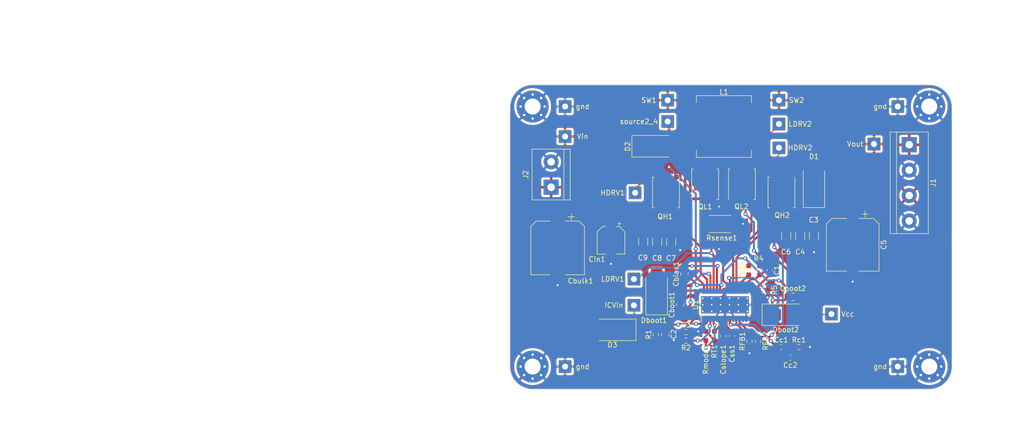
<source format=kicad_pcb>
(kicad_pcb (version 20221018) (generator pcbnew)
  (layers (0 "F.Cu" signal) (31 "B.Cu" signal) (34 "B.Paste" user) (35 "F.Paste" user) (36 "B.SilkS" user "B.Silkscreen") (37 "F.SilkS" user "F.Silkscreen") (38 "B.Mask" user) (39 "F.Mask" user) (44 "Edge.Cuts" user))
  (net 0 "")
  (net 1 "CS")
  (net 2 "CSG")
  (net 3 "ICVin")
  (net 4 "GND")
  (net 5 "Vout")
  (net 6 "Vcc")
  (net 7 "/BIAS")
  (net 8 "/BOOT1")
  (net 9 "SW1")
  (net 10 "/BOOT2")
  (net 11 "SW2")
  (net 12 "Vin")
  (net 13 "/COMP")
  (net 14 "Net-(Cc1-Pad2)")
  (net 15 "/SLOPE")
  (net 16 "/SS")
  (net 17 "/source2_4")
  (net 18 "Net-(D3-K)")
  (net 19 "HDRV1")
  (net 20 "HDRV2")
  (net 21 "LDRV1")
  (net 22 "LDRV2")
  (net 23 "EN")
  (net 24 "FB")
  (net 25 "/MODE")
  (net 26 "/PGOOD")
  (net 27 "/RT{slash}SYNC")
  (footprint "TestPoint:TestPoint_THTPad_2.5x2.5mm_Drill1.2mm" (layer "F.Cu") (at 179.5 21)
    (fp_text reference "TP13" hide)
    (fp_text value "gnd")
  )
  (footprint "Capacitor_SMD:C_0805_2012Metric_Pad1.18x1.45mm_HandSolder" (layer "F.Cu") (at 136 60.6552 90)
    (fp_text reference "Cboot1")
    (fp_text value "100n")
  )
  (footprint "Capacitor_SMD:C_0603_1608Metric_Pad1.08x0.95mm_HandSolder" (layer "F.Cu") (at 156.2 69.1)
    (fp_text reference "Cc1")
    (fp_text value "15n")
  )
  (footprint "MountingHole:MountingHole_3.2mm_M3_Pad_Via" (layer "F.Cu") (at 185.802944 21)
    (fp_text reference "H2" hide)
    (fp_text value "MountingHole_Pad")
  )
  (footprint "TestPoint:TestPoint_THTPad_2.5x2.5mm_Drill1.2mm" (layer "F.Cu") (at 133.5 19.75)
    (fp_text reference "TP5" hide)
    (fp_text value "SW1")
  )
  (footprint "Diode_SMD:D_SMB_Handsoldering" (layer "F.Cu") (at 131.2926 57.9374 90)
    (fp_text reference "Dboot1")
    (fp_text value "SS24")
  )
  (footprint "Package_SO:HTSSOP-28-1EP_4.4x9.7mm_P0.65mm_EP3.4x9.5mm_ThermalVias" (layer "F.Cu") (at 144.97 60.65 90)
    (fp_text reference "U1")
    (fp_text value "LM5175PWP")
  )
  (footprint "Diode_SMD:D_SMB_Handsoldering" (layer "F.Cu") (at 157.099 62.6364)
    (fp_text reference "Dboot2")
    (fp_text value "SS24")
  )
  (footprint "Capacitor_SMD:C_1206_3216Metric_Pad1.33x1.80mm_HandSolder" (layer "F.Cu") (at 162.7486 46.8122 -90)
    (fp_text reference "C3")
    (fp_text value "15u")
  )
  (footprint "Resistor_SMD:R_0603_1608Metric_Pad0.98x0.95mm_HandSolder" (layer "F.Cu") (at 131.1148 66.5988 90)
    (fp_text reference "R1")
    (fp_text value "10")
  )
  (footprint "Capacitor_SMD:C_1206_3216Metric_Pad1.33x1.80mm_HandSolder" (layer "F.Cu") (at 134.2 48.1 -90)
    (fp_text reference "C7")
    (fp_text value "15u")
  )
  (footprint "TestPoint:TestPoint_THTPad_2.5x2.5mm_Drill1.2mm" (layer "F.Cu") (at 155.75 29.25)
    (fp_text reference "TP7" hide)
    (fp_text value "HDRV2")
  )
  (footprint "TestPoint:TestPoint_THTPad_2.5x2.5mm_Drill1.2mm" (layer "F.Cu") (at 127 38.25)
    (fp_text reference "TP4" hide)
    (fp_text value "HDRV1")
  )
  (footprint "Resistor_SMD:R_0603_1608Metric_Pad0.98x0.95mm_HandSolder" (layer "F.Cu") (at 151.875 53.75 90)
    (fp_text reference "R4")
    (fp_text value "100")
  )
  (footprint "Capacitor_SMD:C_1206_3216Metric_Pad1.33x1.80mm_HandSolder" (layer "F.Cu") (at 128.6 48.0625 -90)
    (fp_text reference "C9")
    (fp_text value "15u")
  )
  (footprint "TestPoint:TestPoint_THTPad_2.5x2.5mm_Drill1.2mm" (layer "F.Cu") (at 113 73)
    (fp_text reference "TP11" hide)
    (fp_text value "gnd")
  )
  (footprint "Resistor_SMD:R_0603_1608Metric_Pad0.98x0.95mm_HandSolder" (layer "F.Cu") (at 159.75 69.1)
    (fp_text reference "Rc1")
    (fp_text value "68k")
  )
  (footprint "Capacitor_SMD:C_1206_3216Metric_Pad1.33x1.80mm_HandSolder" (layer "F.Cu") (at 159.9946 46.8122 -90)
    (fp_text reference "C4")
    (fp_text value "15u")
  )
  (footprint "Resistor_SMD:R_0603_1608Metric_Pad0.98x0.95mm_HandSolder" (layer "F.Cu") (at 137.1581 67.818 180)
    (fp_text reference "R2")
    (fp_text value "249k")
  )
  (footprint "Capacitor_SMD:CP_Elec_10x10.5" (layer "F.Cu") (at 111.506 49.276 -90)
    (fp_text reference "Cbulk1")
    (fp_text value "68u")
  )
  (footprint "TestPoint:TestPoint_THTPad_2.5x2.5mm_Drill1.2mm" (layer "F.Cu") (at 126.75 55.5)
    (fp_text reference "TP6" hide)
    (fp_text value "LDRV1")
  )
  (footprint "TestPoint:TestPoint_THTPad_2.5x2.5mm_Drill1.2mm" (layer "F.Cu") (at 126.75 60.75)
    (fp_text reference "TP2" hide)
    (fp_text value "ICVin")
  )
  (footprint "Resistor_SMD:R_0603_1608Metric_Pad0.98x0.95mm_HandSolder" (layer "F.Cu") (at 142.85 66.875 -90)
    (fp_text reference "RT1")
    (fp_text value "27.4k")
  )
  (footprint "TestPoint:TestPoint_THTPad_2.5x2.5mm_Drill1.2mm" (layer "F.Cu") (at 113 27)
    (fp_text reference "TP10" hide)
    (fp_text value "Vin")
  )
  (footprint "Resistor_SMD:R_0603_1608Metric_Pad0.98x0.95mm_HandSolder" (layer "F.Cu") (at 151.5618 67.9704 -90)
    (fp_text reference "RFB2")
    (fp_text value "105k")
  )
  (footprint "Diode_SMD:D_SMB_Handsoldering" (layer "F.Cu") (at 131.064 28.956)
    (fp_text reference "D2")
    (fp_text value "SS24")
  )
  (footprint "TestPoint:TestPoint_THTPad_2.5x2.5mm_Drill1.2mm" (layer "F.Cu") (at 133.5 24)
    (fp_text reference "TP15" hide)
    (fp_text value "source2_4")
  )
  (footprint "MountingHole:MountingHole_3.2mm_M3_Pad_Via" (layer "F.Cu") (at 106.5 21)
    (fp_text reference "H1" hide)
    (fp_text value "MountingHole_Pad")
  )
  (footprint "Resistor_SMD:R_0603_1608Metric_Pad0.98x0.95mm_HandSolder" (layer "F.Cu") (at 137.16 66.0908)
    (fp_text reference "R3")
    (fp_text value "59k")
  )
  (footprint "Resistor_SMD:R_2512_6332Metric_Pad1.40x3.35mm_HandSolder" (layer "F.Cu") (at 143.95 44.5)
    (fp_text reference "Rsense1")
    (fp_text value "18m")
  )
  (footprint "Capacitor_SMD:C_1206_3216Metric_Pad1.33x1.80mm_HandSolder" (layer "F.Cu") (at 157.2006 46.8122 -90)
    (fp_text reference "C6")
    (fp_text value "15u")
  )
  (footprint "Capacitor_SMD:C_1206_3216Metric_Pad1.33x1.80mm_HandSolder" (layer "F.Cu") (at 131.4 48.0625 -90)
    (fp_text reference "C8")
    (fp_text value "15u")
  )
  (footprint "Resistor_SMD:R_0603_1608Metric_Pad0.98x0.95mm_HandSolder" (layer "F.Cu") (at 149.7 53.75 90)
    (fp_text reference "Rpg1")
    (fp_text value "10k")
  )
  (footprint "Capacitor_SMD:C_0603_1608Metric_Pad1.08x0.95mm_HandSolder" (layer "F.Cu") (at 153.924 53.7464 -90)
    (fp_text reference "C1")
    (fp_text value "47p")
  )
  (footprint "Package_TO_SOT_SMD:TDSON-8-1" (layer "F.Cu") (at 156.25 38.2 -90)
    (fp_text reference "QH2")
    (fp_text value "CSD18532Q5B")
  )
  (footprint "Diode_SMD:D_SMB_Handsoldering" (layer "F.Cu") (at 122.4534 65.659 180)
    (fp_text reference "D3")
    (fp_text value "SS24")
  )
  (footprint "Resistor_SMD:R_0603_1608Metric_Pad0.98x0.95mm_HandSolder" (layer "F.Cu") (at 149.86 67.9704 -90)
    (fp_text reference "RFB1")
    (fp_text value "7.5k")
  )
  (footprint "Package_TO_SOT_SMD:TDSON-8-1" (layer "F.Cu") (at 148.35 36.55 90)
    (fp_text reference "QL2")
    (fp_text value "CSD18532Q5B")
  )
  (footprint "TestPoint:TestPoint_THTPad_2.5x2.5mm_Drill1.2mm" (layer "F.Cu") (at 155.75 24.5)
    (fp_text reference "TP1" hide)
    (fp_text value "LDRV2")
  )
  (footprint "TestPoint:TestPoint_THTPad_2.5x2.5mm_Drill1.2mm" (layer "F.Cu") (at 166.25 62.5)
    (fp_text reference "TP3" hide)
    (fp_text value "Vcc")
  )
  (footprint "Resistor_SMD:R_0603_1608Metric_Pad0.98x0.95mm_HandSolder" (layer "F.Cu") (at 141.125 66.875 90)
    (fp_text reference "Rmode1")
    (fp_text value "93.1k")
  )
  (footprint "FootprintLibrary:L_Coilcraft_XAL1010-XXX_handsolder" (layer "F.Cu") (at 144.75 25)
    (fp_text reference "L1")
    (fp_text value "4.7u")
  )
  (footprint "Package_TO_SOT_SMD:TDSON-8-1" (layer "F.Cu") (at 141 36.55 90)
    (fp_text reference "QL1")
    (fp_text value "CSD18532Q5B")
  )
  (footprint "Capacitor_SMD:C_0805_2012Metric_Pad1.18x1.45mm_HandSolder" (layer "F.Cu") (at 158.5214 59.055)
    (fp_text reference "Cboot2")
    (fp_text value "100n")
  )
  (footprint "TestPoint:TestPoint_THTPad_2.5x2.5mm_Drill1.2mm" (layer "F.Cu") (at 174.75 28.5)
    (fp_text reference "TP9" hide)
    (fp_text value "Vout")
  )
  (footprint "Capacitor_SMD:CP_Elec_10x12.6" (layer "F.Cu") (at 170.5 48.65 -90)
    (fp_text reference "C5")
    (fp_text value "470u")
  )
  (footprint "TestPoint:TestPoint_THTPad_2.5x2.5mm_Drill1.2mm" (layer "F.Cu") (at 179.5 73)
    (fp_text reference "TP14" hide)
    (fp_text value "gnd")
  )
  (footprint "Capacitor_SMD:C_0603_1608Metric_Pad1.08x0.95mm_HandSolder" (layer "F.Cu") (at 144.65 66.8875 -90)
    (fp_text reference "Cslope1")
    (fp_text value "100p")
  )
  (footprint "TerminalBlock:TerminalBlock_bornier-2_P5.08mm" (layer "F.Cu") (at 110.2 37.14 90)
    (fp_text reference "J2")
    (fp_text value "Screw_Terminal_01x02")
  )
  (footprint "Capacitor_SMD:C_0805_2012Metric_Pad1.18x1.45mm_HandSolder" (layer "F.Cu") (at 132.9944 66.6496 -90)
    (fp_text reference "C2")
    (fp_text value "100n")
  )
  (footprint "Capacitor_SMD:C_0603_1608Metric_Pad1.08x0.95mm_HandSolder" (layer "F.Cu") (at 158.0375 71.225)
    (fp_text reference "Cc2")
    (fp_text value "62p")
  )
  (footprint "TestPoint:TestPoint_THTPad_2.5x2.5mm_Drill1.2mm" (layer "F.Cu") (at 155.75 19.75)
    (fp_text reference "TP8" hide)
    (fp_text value "SW2")
  )
  (footprint "Capacitor_SMD:CP_Elec_5x5.4" (layer "F.Cu") (at 122.174 47.752 -90)
    (fp_text reference "Cin1")
    (fp_text value "10u")
  )
  (footprint "Resistor_SMD:R_0603_1608Metric_Pad0.98x0.95mm_HandSolder" (layer "F.Cu") (at 152.55 57.725)
    (fp_text reference "R5")
    (fp_text value "100")
  )
  (footprint "Diode_SMD:D_SMB_Handsoldering" (layer "F.Cu") (at 162.75 36.5 90)
    (fp_text reference "D1")
    (fp_text value "SS24")
  )
  (footprint "Capacitor_SMD:C_0805_2012Metric_Pad1.18x1.45mm_HandSolder" (layer "F.Cu") (at 136.8552 54.483 90)
    (fp_text reference "Cbias1")
    (fp_text value "1u")
  )
  (footprint "MountingHole:MountingHole_3.2mm_M3_Pad_Via" (layer "F.Cu") (at 106.5 73)
    (fp_text reference "H3" hide)
    (fp_text value "MountingHole_Pad")
  )
  (footprint "TerminalBlock:TerminalBlock_bornier-4_P5.08mm" (layer "F.Cu") (at 181.8 28.64 -90)
    (fp_text reference "J1")
    (fp_text value "Screw_Terminal_01x04")
  )
  (footprint "Package_TO_SOT_SMD:TDSON-8-1" (layer "F.Cu") (at 133.15 38.2 -90)
    (fp_text reference "QH1")
    (fp_text value "CSD18532Q5B")
  )
  (footprint "MountingHole:MountingHole_3.2mm_M3_Pad_Via" (layer "F.Cu") (at 185.802944 73)
    (fp_text reference "H4" hide)
    (fp_text value "MountingHole_Pad")
  )
  (footprint "Capacitor_SMD:C_0603_1608Metric_Pad1.08x0.95mm_HandSolder" (layer "F.Cu") (at 146.375 66.8875 -90)
    (fp_text reference "Css1")
    (fp_text value "120n")
  )
  (footprint "TestPoint:TestPoint_THTPad_2.5x2.5mm_Drill1.2mm" (layer "F.Cu") (at 113 21)
    (fp_text reference "TP12" hide)
    (fp_text value "gnd")
  )
  (gr_arc (start 102 21.181981) (mid 103.318019 18) (end 106.5 16.681981) (stroke (width 0.1)) (layer "Edge.Cuts"))
  (gr_line (start 106.5 77.5) (end 185.818019 77.5) (stroke (width 0.1)) (layer "Edge.Cuts"))
  (gr_line (start 190.318019 73) (end 190.318019 21.181981) (stroke (width 0.1)) (layer "Edge.Cuts"))
  (gr_arc (start 106.5 77.5) (mid 103.318019 76.181981) (end 102 73) (stroke (width 0.1)) (layer "Edge.Cuts"))
  (gr_arc (start 185.818019 16.681981) (mid 189 18) (end 190.318019 21.181981) (stroke (width 0.1)) (layer "Edge.Cuts"))
  (gr_line (start 102 21.181981) (end 102 73) (stroke (width 0.1)) (layer "Edge.Cuts"))
  (gr_arc (start 190.318019 73) (mid 189 76.181981) (end 185.818019 77.5) (stroke (width 0.1)) (layer "Edge.Cuts"))
  (gr_line (start 185.818019 16.681981) (end 106.5 16.681981) (stroke (width 0.1)) (layer "Edge.Cuts"))
  (segment (start 148.545 57.8) (end 148.545 57.134314) (width 0.4) (layer "F.Cu") (net 1))
  (segment (start 151.875 54.6625) (end 152.1454 54.6625) (width 0.4) (layer "F.Cu") (net 1))
  (segment (start 152.1454 54.6625) (end 153.924 52.8839) (width 0.4) (layer "F.Cu") (net 1))
  (segment (start 150.129314 55.55) (end 150.9875 55.55) (width 0.4) (layer "F.Cu") (net 1))
  (segment (start 148.545 57.134314) (end 150.129314 55.55) (width 0.4) (layer "F.Cu") (net 1))
  (segment (start 150.9875 55.55) (end 151.875 54.6625) (width 0.4) (layer "F.Cu") (net 1))
  (segment (start 151.6375 57.725) (end 151.6375 56.8954) (width 0.4) (layer "F.Cu") (net 2))
  (segment (start 151.5625 57.8) (end 151.6375 57.725) (width 0.4) (layer "F.Cu") (net 2))
  (segment (start 151.6375 56.8954) (end 153.924 54.6089) (width 0.4) (layer "F.Cu") (net 2))
  (segment (start 149.195 57.8) (end 151.5625 57.8) (width 0.4) (layer "F.Cu") (net 2))
  (segment (start 132.9202 65.6863) (end 132.9944 65.6121) (width 0.4) (layer "F.Cu") (net 3))
  (segment (start 126.8 60.8) (end 126.8 62.4) (width 0.25) (layer "F.Cu") (net 3))
  (segment (start 141.110686 64.45) (end 139.1768 64.45) (width 0.4) (layer "F.Cu") (net 3))
  (segment (start 126.8 62.4) (end 130.0863 65.6863) (width 0.25) (layer "F.Cu") (net 3))
  (segment (start 135.6106 64.6176) (end 133.9889 64.6176) (width 0.4) (layer "F.Cu") (net 3))
  (segment (start 141.395 63.5) (end 141.395 64.165686) (width 0.4) (layer "F.Cu") (net 3))
  (segment (start 139.1768 64.45) (end 139.1666 64.4398) (width 0.4) (layer "F.Cu") (net 3))
  (segment (start 133.9889 64.6176) (end 132.9944 65.6121) (width 0.4) (layer "F.Cu") (net 3))
  (segment (start 130.0863 65.6863) (end 131.1148 65.6863) (width 0.25) (layer "F.Cu") (net 3))
  (segment (start 131.1148 65.6863) (end 132.9202 65.6863) (width 0.4) (layer "F.Cu") (net 3))
  (segment (start 141.395 64.165686) (end 141.110686 64.45) (width 0.4) (layer "F.Cu") (net 3))
  (via (at 139.1666 64.4398) (size 0.8) (drill 0.4) (layers "F.Cu" "B.Cu") (net 3))
  (via (at 135.6106 64.6176) (size 0.8) (drill 0.4) (layers "F.Cu" "B.Cu") (net 3))
  (segment (start 135.7884 64.4398) (end 135.6106 64.6176) (width 0.4) (layer "B.Cu") (net 3))
  (segment (start 139.1666 64.4398) (end 135.7884 64.4398) (width 0.4) (layer "B.Cu") (net 3))
  (segment (start 134.2 49.6625) (end 135.9625 49.6625) (width 1) (layer "F.Cu") (net 4))
  (segment (start 132.9944 67.6871) (end 134.7177 67.6871) (width 0.5) (layer "F.Cu") (net 4))
  (segment (start 162.7486 48.3747) (end 162.7486 50.1247) (width 0.5) (layer "F.Cu") (net 4))
  (segment (start 149.195 63.5) (end 148.545 63.5) (width 0.25) (layer "F.Cu") (net 4))
  (segment (start 111.506 53.476) (end 111.506 56.726) (width 1) (layer "F.Cu") (net 4))
  (segment (start 146.595 62.685) (end 145.86 61.95) (width 0.25) (layer "F.Cu") (net 4))
  (segment (start 135.9625 49.6625) (end 136 49.7) (width 1) (layer "F.Cu") (net 4))
  (segment (start 134.7177 67.6871) (end 134.7216 67.691) (width 0.5) (layer "F.Cu") (net 4))
  (segment (start 147 44.5) (end 148.54 44.5) (width 0.4) (layer "F.Cu") (net 4))
  (segment (start 146.595 63.5) (end 146.595 62.685) (width 0.25) (layer "F.Cu") (net 4))
  (segment (start 160.6625 69.1) (end 161.9638 69.1) (width 0.4) (layer "F.Cu") (net 4))
  (segment (start 142.85 67.7875) (end 144.6125 67.7875) (width 0.4) (layer "F.Cu") (net 4))
  (segment (start 149.86 68.8829) (end 149.86 70.3326) (width 0.4) (layer "F.Cu") (net 4))
  (segment (start 134.2 49.6625) (end 128.6375 49.6625) (width 1) (layer "F.Cu") (net 4))
  (segment (start 142.85 67.6875) (end 141.125 65.9625) (width 0.4) (layer "F.Cu") (net 4))
  (segment (start 170.5 53) (end 170.5 56) (width 0.5) (layer "F.Cu") (net 4))
  (segment (start 138.0725 66.0908) (end 139.4714 66.0908) (width 0.4) (layer "F.Cu") (net 4))
  (segment (start 143.345 63.5) (end 143.345 62.685) (width 0.25) (layer "F.Cu") (net 4))
  (segment (start 144.6125 67.7875) (end 144.65 67.75) (width 0.4) (layer "F.Cu") (net 4))
  (segment (start 139.5997 65.9625) (end 139.5984 65.9638) (width 0.4) (layer "F.Cu") (net 4))
  (segment (start 153.4625 57.725) (end 153.4625 59.1625) (width 0.4) (layer "F.Cu") (net 4))
  (segment (start 148.54 44.5) (end 148.59 44.45) (width 0.4) (layer "F.Cu") (net 4))
  (segment (start 153.4625 59.1625) (end 153.45 59.175) (width 0.4) (layer "F.Cu") (net 4))
  (segment (start 142.85 67.7875) (end 142.85 67.6875) (width 0.4) (layer "F.Cu") (net 4))
  (segment (start 149.195 63.5) (end 149.195 62.175) (width 0.25) (layer "F.Cu") (net 4))
  (segment (start 157.2006 48.3747) (end 162.7486 48.3747) (width 1.5) (layer "F.Cu") (net 4))
  (segment (start 144.65 67.75) (end 146.375 67.75) (width 0.4) (layer "F.Cu") (net 4))
  (segment (start 139.4714 66.0908) (end 139.5984 65.9638) (width 0.4) (layer "F.Cu") (net 4))
  (segment (start 161.9638 69.1) (end 161.9758 69.088) (width 0.4) (layer "F.Cu") (net 4))
  (segment (start 158.9 70.8625) (end 160.6625 69.1) (width 0.4) (layer "F.Cu") (net 4))
  (segment (start 149.195 62.175) (end 149.42 61.95) (width 0.25) (layer "F.Cu") (net 4))
  (segment (start 144.645 57.8) (end 144.645 58.785) (width 0.25) (layer "F.Cu") (net 4))
  (segment (start 143.345 62.685) (end 144.08 61.95) (width 0.25) (layer "F.Cu") (net 4))
  (segment (start 128.6375 49.6625) (end 128.6 49.625) (width 1) (layer "F.Cu") (net 4))
  (segment (start 144.645 58.785) (end 144.08 59.35) (width 0.25) (layer "F.Cu") (net 4))
  (segment (start 158.9 71.225) (end 158.9 70.8625) (width 0.4) (layer "F.Cu") (net 4))
  (segment (start 122.174 49.952) (end 122.174 52.452) (width 1) (layer "F.Cu") (net 4))
  (segment (start 141.125 65.9625) (end 139.5997 65.9625) (width 0.4) (layer "F.Cu") (net 4))
  (via (at 161.9758 69.088) (size 0.8) (drill 0.4) (layers "F.Cu" "B.Cu") (net 4))
  (via (at 122.174 52.452) (size 0.8) (drill 0.4) (layers "F.Cu" "B.Cu") (net 4))
  (via (at 136 49.7) (size 0.8) (drill 0.4) (layers "F.Cu" "B.Cu") (net 4))
  (via (at 162.7486 50.1247) (size 0.8) (drill 0.4) (layers "F.Cu" "B.Cu") (net 4))
  (via (at 153.45 59.175) (size 0.8) (drill 0.4) (layers "F.Cu" "B.Cu") (net 4))
  (via (at 149.86 70.3326) (size 0.8) (drill 0.4) (layers "F.Cu" "B.Cu") (net 4))
  (via (at 134.7216 67.691) (size 0.8) (drill 0.4) (layers "F.Cu" "B.Cu") (net 4))
  (via (at 148.59 44.45) (size 0.7) (drill 0.35) (layers "F.Cu" "B.Cu") (net 4))
  (via (at 111.506 56.726) (size 0.8) (drill 0.4) (layers "F.Cu" "B.Cu") (net 4))
  (via (at 139.5984 65.9638) (size 0.8) (drill 0.4) (layers "F.Cu" "B.Cu") (net 4))
  (via (at 170.5 56) (size 0.8) (drill 0.4) (layers "F.Cu" "B.Cu") (net 4))
  (via (at 143.75 41) (size 0.7) (drill 0.35) (layers "F.Cu" "B.Cu") (net 4))
  (via (at 143.75 49.5) (size 0.7) (drill 0.35) (layers "F.Cu" "B.Cu") (net 4))
  (segment (start 147.895 64.165686) (end 147.895 63.5) (width 0.4) (layer "F.Cu") (net 5))
  (segment (start 149.489914 65.7606) (end 147.895 64.165686) (width 0.4) (layer "F.Cu") (net 5))
  (segment (start 154.813 47.6373) (end 157.2006 45.2497) (width 0.4) (layer "F.Cu") (net 5))
  (segment (start 153.9221 67.0579) (end 154.305 66.675) (width 0.4) (layer "F.Cu") (net 5))
  (segment (start 157.2006 45.2497) (end 162.7486 45.2497) (width 1.5) (layer "F.Cu") (net 5))
  (segment (start 150.2645 65.7606) (end 149.489914 65.7606) (width 0.4) (layer "F.Cu") (net 5))
  (segment (start 154.813 49.1236) (end 154.813 47.6373) (width 0.4) (layer "F.Cu") (net 5))
  (segment (start 151.5618 67.0579) (end 150.2645 65.7606) (width 0.4) (layer "F.Cu") (net 5))
  (segment (start 151.5618 67.0579) (end 153.9221 67.0579) (width 0.4) (layer "F.Cu") (net 5))
  (via (at 154.305 66.675) (size 0.8) (drill 0.4) (layers "F.Cu" "B.Cu") (net 5))
  (via (at 154.813 49.1236) (size 0.8) (drill 0.4) (layers "F.Cu" "B.Cu") (net 5))
  (segment (start 156.5274 64.4526) (end 156.5274 50.838) (width 0.4) (layer "B.Cu") (net 5))
  (segment (start 154.305 66.675) (end 156.5274 64.4526) (width 0.4) (layer "B.Cu") (net 5))
  (segment (start 156.5274 50.838) (end 154.813 49.1236) (width 0.4) (layer "B.Cu") (net 5))
  (segment (start 136.8552 55.5205) (end 138.2483 55.5205) (width 0.4) (layer "F.Cu") (net 6))
  (segment (start 158.4714 58.31076) (end 155.93904 55.7784) (width 0.4) (layer "F.Cu") (net 6))
  (segment (start 138.2483 55.5205) (end 139.3698 56.642) (width 0.4) (layer "F.Cu") (net 6))
  (segment (start 139.3698 56.642) (end 139.3698 56.6674) (width 0.4) (layer "F.Cu") (net 6))
  (segment (start 149.7 52.0624) (end 148.9964 51.3588) (width 0.4) (layer "F.Cu") (net 6))
  (segment (start 155.93904 55.7784) (end 155.7274 55.7784) (width 0.4) (layer "F.Cu") (net 6))
  (segment (start 143.995 57.8) (end 143.995 56.939499) (width 0.4) (layer "F.Cu") (net 6))
  (segment (start 131.2926 55.2374) (end 136.5721 55.2374) (width 0.4) (layer "F.Cu") (net 6))
  (segment (start 149.7 52.8375) (end 149.7 52.0624) (width 0.4) (layer "F.Cu") (net 6))
  (segment (start 159.8354 62.6) (end 159.799 62.6364) (width 0.25) (layer "F.Cu") (net 6))
  (segment (start 143.995 56.939499) (end 144.252126 56.682373) (width 0.4) (layer "F.Cu") (net 6))
  (segment (start 131.4995 55.4443) (end 131.2926 55.2374) (width 0.4) (layer "F.Cu") (net 6))
  (segment (start 166.2 62.6) (end 159.8354 62.6) (width 0.25) (layer "F.Cu") (net 6))
  (segment (start 136.5721 55.2374) (end 136.8552 55.5205) (width 0.4) (layer "F.Cu") (net 6))
  (segment (start 159.799 62.6364) (end 158.4714 61.3088) (width 0.4) (layer "F.Cu") (net 6))
  (segment (start 158.4714 61.3088) (end 158.4714 58.31076) (width 0.4) (layer "F.Cu") (net 6))
  (via (at 155.7274 55.7784) (size 0.8) (drill 0.4) (layers "F.Cu" "B.Cu") (net 6))
  (via (at 139.3698 56.6674) (size 0.8) (drill 0.4) (layers "F.Cu" "B.Cu") (net 6))
  (via (at 144.252126 56.682373) (size 0.8) (drill 0.4) (layers "F.Cu" "B.Cu") (net 6))
  (via (at 148.9964 51.3588) (size 0.8) (drill 0.4) (layers "F.Cu" "B.Cu") (net 6))
  (segment (start 140.843 56.6674) (end 140.857973 56.682373) (width 0.4) (layer "B.Cu") (net 6))
  (segment (start 148.9964 51.3588) (end 153.416 55.7784) (width 0.4) (layer "B.Cu") (net 6))
  (segment (start 144.252126 56.682373) (end 144.252126 54.579074) (width 0.4) (layer "B.Cu") (net 6))
  (segment (start 144.252126 56.682373) (end 140.857973 56.682373) (width 0.4) (layer "B.Cu") (net 6))
  (segment (start 144.252126 54.579074) (end 147.4724 51.3588) (width 0.4) (layer "B.Cu") (net 6))
  (segment (start 153.416 55.7784) (end 155.7274 55.7784) (width 0.4) (layer "B.Cu") (net 6))
  (segment (start 147.4724 51.3588) (end 148.9964 51.3588) (width 0.4) (layer "B.Cu") (net 6))
  (segment (start 139.3698 56.6674) (end 140.843 56.6674) (width 0.4) (layer "B.Cu") (net 6))
  (segment (start 143.345 53.0323) (end 143.4945 52.8828) (width 0.4) (layer "F.Cu") (net 7))
  (segment (start 138.3755 52.9) (end 137.4007 52.9) (width 0.4) (layer "F.Cu") (net 7))
  (segment (start 143.345 57.8) (end 143.345 53.0323) (width 0.4) (layer "F.Cu") (net 7))
  (segment (start 137.4007 52.9) (end 136.8552 53.4455) (width 0.4) (layer "F.Cu") (net 7))
  (via (at 138.3755 52.9) (size 0.7) (drill 0.35) (layers "F.Cu" "B.Cu") (net 7))
  (via (at 143.4945 52.8828) (size 0.8) (drill 0.4) (layers "F.Cu" "B.Cu") (net 7))
  (segment (start 138.3927 52.8828) (end 138.3755 52.9) (width 0.4) (layer "B.Cu") (net 7))
  (segment (start 140.0556 52.8828) (end 138.3927 52.8828) (width 0.4) (layer "B.Cu") (net 7))
  (segment (start 143.4945 52.8828) (end 140.0556 52.8828) (width 0.4) (layer "B.Cu") (net 7))
  (segment (start 138.0998 60.6552) (end 137.0623 61.6927) (width 0.4) (layer "F.Cu") (net 8))
  (segment (start 142.045 54.796) (end 141.6812 54.4322) (width 0.4) (layer "F.Cu") (net 8))
  (segment (start 138.0744 60.6298) (end 138.0998 60.6552) (width 0.4) (layer "F.Cu") (net 8))
  (segment (start 132.3479 61.6927) (end 135.89 61.6927) (width 1) (layer "F.Cu") (net 8))
  (segment (start 142.045 57.8) (end 142.045 54.796) (width 0.4) (layer "F.Cu") (net 8))
  (segment (start 131.2926 60.6374) (end 132.3479 61.6927) (width 1) (layer "F.Cu") (net 8))
  (segment (start 138.0744 60.0964) (end 138.0744 60.6298) (width 0.4) (layer "F.Cu") (net 8))
  (segment (start 137.0623 61.6927) (end 136 61.6927) (width 0.4) (layer "F.Cu") (net 8))
  (via (at 138.0744 60.0964) (size 0.8) (drill 0.4) (layers "F.Cu" "B.Cu") (net 8))
  (via (at 141.6812 54.4322) (size 0.8) (drill 0.4) (layers "F.Cu" "B.Cu") (net 8))
  (segment (start 140.4112 54.4322) (end 138.0744 56.769) (width 0.4) (layer "B.Cu") (net 8))
  (segment (start 138.0744 56.769) (end 138.0744 60.0964) (width 0.4) (layer "B.Cu") (net 8))
  (segment (start 141.6812 54.4322) (end 140.4112 54.4322) (width 0.4) (layer "B.Cu") (net 8))
  (segment (start 140.745 56.6456) (end 140.745 57.8) (width 0.4) (layer "F.Cu") (net 9))
  (segment (start 139.125 49.45) (end 139.125 55.0256) (width 0.4) (layer "F.Cu") (net 9))
  (segment (start 133.785 35.3) (end 133.785 33.11) (width 0.25) (layer "F.Cu") (net 9))
  (segment (start 136 59.25) (end 136 59.6177) (width 0.4) (layer "F.Cu") (net 9))
  (segment (start 133.785 33.11) (end 133.775 33.1) (width 0.25) (layer "F.Cu") (net 9))
  (segment (start 140.745 57.8) (end 137.45 57.8) (width 0.4) (layer "F.Cu") (net 9))
  (segment (start 139.125 55.0256) (end 140.745 56.6456) (width 0.4) (layer "F.Cu") (net 9))
  (segment (start 137.45 57.8) (end 136 59.25) (width 0.4) (layer "F.Cu") (net 9))
  (via (at 133.775 33.1) (size 0.8) (drill 0.4) (layers "F.Cu" "B.Cu") (net 9))
  (via (at 139.125 49.45) (size 0.8) (drill 0.4) (layers "F.Cu" "B.Cu") (net 9))
  (segment (start 139.125 38.45) (end 133.775 33.1) (width 0.4) (layer "B.Cu") (net 9))
  (segment (start 139.125 49.45) (end 139.125 38.45) (width 0.4) (layer "B.Cu") (net 9))
  (segment (start 154.399 62.6364) (end 154.399 59.85) (width 0.4) (layer "F.Cu") (net 10))
  (segment (start 156.7981 59.7408) (end 157.4839 59.055) (width 0.4) (layer "F.Cu") (net 10))
  (segment (start 154.399 59.85) (end 154.5082 59.7408) (width 0.4) (layer "F.Cu") (net 10))
  (segment (start 145.945 57.8) (end 145.945 55.47) (width 0.4) (layer "F.Cu") (net 10))
  (segment (start 145.945 55.47) (end 145.75 55.275) (width 0.4) (layer "F.Cu") (net 10))
  (segment (start 154.5082 59.7408) (end 156.7981 59.7408) (width 0.4) (layer "F.Cu") (net 10))
  (via (at 145.75 55.275) (size 0.8) (drill 0.4) (layers "F.Cu" "B.Cu") (net 10))
  (via (at 154.5082 59.7408) (size 0.8) (drill 0.4) (layers "F.Cu" "B.Cu") (net 10))
  (segment (start 154.5082 59.101829) (end 154.5082 59.7408) (width 0.4) (layer "B.Cu") (net 10))
  (segment (start 145.75 55.275) (end 150.681371 55.275) (width 0.4) (layer "B.Cu") (net 10))
  (segment (start 150.681371 55.275) (end 154.5082 59.101829) (width 0.4) (layer "B.Cu") (net 10))
  (segment (start 153.879314 36.575) (end 152.725 37.729314) (width 0.4) (layer "F.Cu") (net 11))
  (segment (start 152.725 50.0582) (end 153.6954 51.0286) (width 0.4) (layer "F.Cu") (net 11))
  (segment (start 147.245 51.255) (end 147.245 57.8) (width 0.4) (layer "F.Cu") (net 11))
  (segment (start 152.725 45.775) (end 147.245 51.255) (width 0.4) (layer "F.Cu") (net 11))
  (segment (start 155.615 35.3) (end 154.34 36.575) (width 0.4) (layer "F.Cu") (net 11))
  (segment (start 159.5589 55.7999) (end 159.5589 59.055) (width 0.4) (layer "F.Cu") (net 11))
  (segment (start 152.725 45.775) (end 152.725 50.0582) (width 0.4) (layer "F.Cu") (net 11))
  (segment (start 154.34 36.575) (end 153.879314 36.575) (width 0.4) (layer "F.Cu") (net 11))
  (segment (start 147.245 57.8) (end 147.245 57.134314) (width 0.4) (layer "F.Cu") (net 11))
  (segment (start 152.725 37.729314) (end 152.725 45.775) (width 0.4) (layer "F.Cu") (net 11))
  (segment (start 154.7876 51.0286) (end 159.5589 55.7999) (width 0.4) (layer "F.Cu") (net 11))
  (segment (start 153.6954 51.0286) (end 154.7876 51.0286) (width 0.4) (layer "F.Cu") (net 11))
  (segment (start 128.6 46.5) (end 134.1625 46.5) (width 1) (layer "F.Cu") (net 12))
  (segment (start 119.7534 65.659) (end 117.475 63.3806) (width 2) (layer "F.Cu") (net 12))
  (segment (start 138.0706 67.818) (end 137.1956 68.693) (width 0.4) (layer "F.Cu") (net 12))
  (segment (start 117.475 63.3806) (end 117.475 51.045) (width 2) (layer "F.Cu") (net 12))
  (segment (start 137.1956 68.693) (end 122.7874 68.693) (width 0.4) (layer "F.Cu") (net 12))
  (segment (start 117.475 51.045) (end 111.506 45.076) (width 2) (layer "F.Cu") (net 12))
  (segment (start 122.7874 68.693) (end 119.7534 65.659) (width 0.4) (layer "F.Cu") (net 12))
  (segment (start 142.045 64.7618) (end 141.9098 64.897) (width 0.4) (layer "F.Cu") (net 12))
  (segment (start 139.5222 67.818) (end 138.0706 67.818) (width 0.4) (layer "F.Cu") (net 12))
  (segment (start 142.045 63.5) (end 142.045 64.7618) (width 0.4) (layer "F.Cu") (net 12))
  (segment (start 134.1625 46.5) (end 134.2 46.5375) (width 1) (layer "F.Cu") (net 12))
  (via (at 141.9098 64.897) (size 0.8) (drill 0.4) (layers "F.Cu" "B.Cu") (net 12))
  (via (at 139.5222 67.818) (size 0.8) (drill 0.4) (layers "F.Cu" "B.Cu") (net 12))
  (segment (start 140.1826 67.818) (end 139.5222 67.818) (width 0.4) (layer "B.Cu") (net 12))
  (segment (start 141.9098 66.0908) (end 140.1826 67.818) (width 0.4) (layer "B.Cu") (net 12))
  (segment (start 141.9098 64.897) (end 141.9098 66.0908) (width 0.4) (layer "B.Cu") (net 12))
  (segment (start 154.1571 67.9196) (end 155.3375 69.1) (width 0.5) (layer "F.Cu") (net 13))
  (segment (start 145.945 63.5) (end 145.945 64.464336) (width 0.5) (layer "F.Cu") (net 13))
  (segment (start 145.945 64.464336) (end 146.112232 64.631568) (width 0.5) (layer "F.Cu") (net 13))
  (segment (start 157.175 70.9375) (end 155.3375 69.1) (width 0.4) (layer "F.Cu") (net 13))
  (segment (start 157.175 71.225) (end 157.175 70.9375) (width 0.4) (layer "F.Cu") (net 13))
  (segment (start 154.1272 67.9196) (end 154.1571 67.9196) (width 0.5) (layer "F.Cu") (net 13))
  (via (at 146.112232 64.631568) (size 0.8) (drill 0.4) (layers "F.Cu" "B.Cu") (net 13))
  (via (at 154.1272 67.9196) (size 0.8) (drill 0.4) (layers "F.Cu" "B.Cu") (net 13))
  (segment (start 150.839168 64.631568) (end 154.1272 67.9196) (width 0.5) (layer "B.Cu") (net 13))
  (segment (start 146.112232 64.631568) (end 150.839168 64.631568) (width 0.5) (layer "B.Cu") (net 13))
  (segment (start 157.0625 69.1) (end 158.8375 69.1) (width 0.4) (layer "F.Cu") (net 14))
  (segment (start 144.645 66.02) (end 144.65 66.025) (width 0.4) (layer "F.Cu") (net 15))
  (segment (start 144.645 63.5) (end 144.645 66.02) (width 0.4) (layer "F.Cu") (net 15))
  (segment (start 145.295 64.945) (end 146.375 66.025) (width 0.4) (layer "F.Cu") (net 16))
  (segment (start 145.295 63.5) (end 145.295 64.945) (width 0.4) (layer "F.Cu") (net 16))
  (segment (start 145.57 38.575) (end 146.445 39.45) (width 0.5) (layer "F.Cu") (net 17))
  (segment (start 149.0726 39.5376) (end 148.985 39.45) (width 0.4) (layer "F.Cu") (net 17))
  (segment (start 139.095 39.45) (end 137.2 39.45) (width 0.5) (layer "F.Cu") (net 17))
  (segment (start 151.875 50.9354) (end 150.749 49.8094) (width 0.4) (layer "F.Cu") (net 17))
  (segment (start 151.875 52.8375) (end 151.875 50.9354) (width 0.4) (layer "F.Cu") (net 17))
  (segment (start 142.085 38.575) (end 145.57 38.575) (width 0.5) (layer "F.Cu") (net 17))
  (segment (start 140.9 39.985) (end 140.365 39.45) (width 0.75) (layer "F.Cu") (net 17))
  (segment (start 146.445 39.45) (end 148.985 39.45) (width 0.75) (layer "F.Cu") (net 17))
  (segment (start 149.0726 42.5196) (end 149.0726 39.5376) (width 0.4) (layer "F.Cu") (net 17))
  (segment (start 140.9 44.5) (end 140.9 39.985) (width 0.75) (layer "F.Cu") (net 17))
  (segment (start 141.635 39.025) (end 142.085 38.575) (width 0.5) (layer "F.Cu") (net 17))
  (segment (start 139.095 39.45) (end 141.635 39.45) (width 0.5) (layer "F.Cu") (net 17))
  (segment (start 133.764 24.264) (end 133.5 24) (width 0.5) (layer "F.Cu") (net 17))
  (segment (start 141.635 39.45) (end 141.635 39.025) (width 0.5) (layer "F.Cu") (net 17))
  (segment (start 137.2 39.45) (end 137 39.25) (width 0.5) (layer "F.Cu") (net 17))
  (segment (start 137 32.192) (end 133.764 28.956) (width 0.5) (layer "F.Cu") (net 17))
  (segment (start 137 39.25) (end 137 32.192) (width 0.5) (layer "F.Cu") (net 17))
  (segment (start 133.764 28.956) (end 133.764 24.264) (width 0.5) (layer "F.Cu") (net 17))
  (via (at 150.749 49.8094) (size 0.8) (drill 0.4) (layers "F.Cu" "B.Cu") (net 17))
  (via (at 149.0726 42.5196) (size 0.8) (drill 0.4) (layers "F.Cu" "B.Cu") (net 17))
  (segment (start 150.749 49.8094) (end 150.749 44.196) (width 0.4) (layer "B.Cu") (net 17))
  (segment (start 150.749 44.196) (end 149.0726 42.5196) (width 0.4) (layer "B.Cu") (net 17))
  (segment (start 131.1148 67.5113) (end 127.0057 67.5113) (width 0.5) (layer "F.Cu") (net 18))
  (segment (start 127.0057 67.5113) (end 125.1534 65.659) (width 0.5) (layer "F.Cu") (net 18))
  (segment (start 135.520686 36.575) (end 136.35 37.404314) (width 0.4) (layer "F.Cu") (net 19))
  (segment (start 140.1064 49.1064) (end 138.25 47.25) (width 0.4) (layer "F.Cu") (net 19))
  (segment (start 141.395 55.6192) (end 140.1064 54.3306) (width 0.4) (layer "F.Cu") (net 19))
  (segment (start 129.2 35.3) (end 127 37.5) (width 0.4) (layer "F.Cu") (net 19))
  (segment (start 131.245 35.3) (end 132.52 36.575) (width 0.4) (layer "F.Cu") (net 19))
  (segment (start 140.1064 54.3306) (end 140.1064 49.1064) (width 0.4) (layer "F.Cu") (net 19))
  (segment (start 141.395 57.8) (end 141.395 55.6192) (width 0.4) (layer "F.Cu") (net 19))
  (segment (start 127 37.5) (end 127 38.25) (width 0.4) (layer "F.Cu") (net 19))
  (segment (start 131.245 35.3) (end 129.2 35.3) (width 0.4) (layer "F.Cu") (net 19))
  (segment (start 138.25 41.5) (end 138.25 47.25) (width 0.4) (layer "F.Cu") (net 19))
  (segment (start 132.52 36.575) (end 135.520686 36.575) (width 0.4) (layer "F.Cu") (net 19))
  (segment (start 136.35 37.404314) (end 136.35 39.6) (width 0.4) (layer "F.Cu") (net 19))
  (segment (start 136.35 39.6) (end 138.25 41.5) (width 0.4) (layer "F.Cu") (net 19))
  (segment (start 155.8 29.2) (end 155.8 30.6) (width 0.25) (layer "F.Cu") (net 20))
  (segment (start 151.6 38.6) (end 152.125 38.075) (width 0.4) (layer "F.Cu") (net 20))
  (segment (start 154.095 35.3) (end 154.345 35.3) (width 0.4) (layer "F.Cu") (net 20))
  (segment (start 146.595 57.8) (end 146.595 50.93) (width 0.4) (layer "F.Cu") (net 20))
  (segment (start 152.125 38.075) (end 152.125 37.27) (width 0.4) (layer "F.Cu") (net 20))
  (segment (start 155.8 30.6) (end 154.345 32.055) (width 0.25) (layer "F.Cu") (net 20))
  (segment (start 152.125 37.27) (end 154.095 35.3) (width 0.4) (layer "F.Cu") (net 20))
  (segment (start 151.6 45.925) (end 151.6 38.6) (width 0.4) (layer "F.Cu") (net 20))
  (segment (start 146.595 50.93) (end 151.6 45.925) (width 0.4) (layer "F.Cu") (net 20))
  (segment (start 154.345 32.055) (end 154.345 35.3) (width 0.25) (layer "F.Cu") (net 20))
  (segment (start 142.695 57.8) (end 142.695 50.75) (width 0.4) (layer "F.Cu") (net 21))
  (segment (start 142.689339 50.75) (end 142.25 50.310661) (width 0.4) (layer "F.Cu") (net 21))
  (segment (start 142.25 50.310661) (end 142.25 40.105) (width 0.4) (layer "F.Cu") (net 21))
  (segment (start 142.25 40.105) (end 142.905 39.45) (width 0.4) (layer "F.Cu") (net 21))
  (segment (start 142.695 50.75) (end 142.689339 50.75) (width 0.4) (layer "F.Cu") (net 21))
  (via (at 142.25 50.310661) (size 0.8) (drill 0.4) (layers "F.Cu" "B.Cu") (net 21))
  (segment (start 142.25 50.310661) (end 137.439339 50.310661) (width 0.4) (layer "B.Cu") (net 21))
  (segment (start 134.5 53.25) (end 129.75 53.25) (width 0.4) (layer "B.Cu") (net 21))
  (segment (start 127.5 55.5) (end 126.75 55.5) (width 0.4) (layer "B.Cu") (net 21))
  (segment (start 129.75 53.25) (end 127.5 55.5) (width 0.4) (layer "B.Cu") (net 21))
  (segment (start 137.439339 50.310661) (end 134.5 53.25) (width 0.4) (layer "B.Cu") (net 21))
  (segment (start 152.6 31.8) (end 152.6 27.8) (width 0.25) (layer "F.Cu") (net 22))
  (segment (start 152.6 27.8) (end 155.8 24.6) (width 0.25) (layer "F.Cu") (net 22))
  (segment (start 145.295 57.8) (end 145.295 56.505) (width 0.4) (layer "F.Cu") (net 22))
  (segment (start 150.255 45.87) (end 150.255 39.45) (width 0.4) (layer "F.Cu") (net 22))
  (segment (start 144.6 55.8) (end 144.6 51.525) (width 0.4) (layer "F.Cu") (net 22))
  (segment (start 150.255 39.45) (end 150.255 38.745) (width 0.25) (layer "F.Cu") (net 22))
  (segment (start 145.3 56.5) (end 144.6 55.8) (width 0.4) (layer "F.Cu") (net 22))
  (segment (start 151.4 37.6) (end 151.4 33) (width 0.25) (layer "F.Cu") (net 22))
  (segment (start 150.255 38.745) (end 151.4 37.6) (width 0.25) (layer "F.Cu") (net 22))
  (segment (start 144.6 51.525) (end 150.255 45.87) (width 0.4) (layer "F.Cu") (net 22))
  (segment (start 151.4 33) (end 152.6 31.8) (width 0.25) (layer "F.Cu") (net 22))
  (segment (start 145.295 56.505) (end 145.3 56.5) (width 0.4) (layer "F.Cu") (net 22))
  (segment (start 136.2456 67.818) (end 136.2456 66.0927) (width 0.4) (layer "F.Cu") (net 23))
  (segment (start 138.8383 63.5) (end 136.2475 66.0908) (width 0.4) (layer "F.Cu") (net 23))
  (segment (start 140.745 63.5) (end 138.8383 63.5) (width 0.4) (layer "F.Cu") (net 23))
  (segment (start 136.2456 66.0927) (end 136.2475 66.0908) (width 0.4) (layer "F.Cu") (net 23))
  (segment (start 149.86 67.1811) (end 151.5618 68.8829) (width 0.4) (layer "F.Cu") (net 24))
  (segment (start 149.86 67.0579) (end 149.86 67.1811) (width 0.4) (layer "F.Cu") (net 24))
  (segment (start 147.245 63.5) (end 147.245 64.4429) (width 0.4) (layer "F.Cu") (net 24))
  (segment (start 147.245 64.4429) (end 149.86 67.0579) (width 0.4) (layer "F.Cu") (net 24))
  (segment (start 142.695 64.495) (end 142.9 64.7) (width 0.4) (layer "F.Cu") (net 25))
  (segment (start 141.125 69.2176) (end 141.1478 69.2404) (width 0.4) (layer "F.Cu") (net 25))
  (segment (start 141.125 67.7875) (end 141.125 69.2176) (width 0.4) (layer "F.Cu") (net 25))
  (segment (start 142.695 63.5) (end 142.695 64.293594) (width 0.4) (layer "F.Cu") (net 25))
  (segment (start 142.695 64.293594) (end 142.695 64.495) (width 0.4) (layer "F.Cu") (net 25))
  (via (at 141.1478 69.2404) (size 0.8) (drill 0.4) (layers "F.Cu" "B.Cu") (net 25))
  (via (at 142.9 64.7) (size 0.7) (drill 0.35) (layers "F.Cu" "B.Cu") (net 25))
  (segment (start 142.9 64.7) (end 142.9 67.4882) (width 0.4) (layer "B.Cu") (net 25))
  (segment (start 142.9 67.4882) (end 142.8691 67.5191) (width 0.4) (layer "B.Cu") (net 25))
  (segment (start 141.1478 69.2404) (end 142.8691 67.5191) (width 0.4) (layer "B.Cu") (net 25))
  (segment (start 147.895 57.8) (end 147.895 56.4675) (width 0.4) (layer "F.Cu") (net 26))
  (segment (start 147.895 56.4675) (end 149.7 54.6625) (width 0.4) (layer "F.Cu") (net 26))
  (segment (start 143.995 64.8175) (end 142.85 65.9625) (width 0.4) (layer "F.Cu") (net 27))
  (segment (start 143.995 63.5) (end 143.995 64.8175) (width 0.4) (layer "F.Cu") (net 27))
  (zone (net 5) (net_name "Vout") (layer "F.Cu") (priority 4) (connect_pads (clearance 0.5)) (min_thickness 0.25) (fill yes (thermal_gap 0.5) (thermal_bridge_width 0.5))
    (polygon (pts (xy 153.2382 36.2268) (xy 167.5906 36.1768) (xy 167.5906 13.4426) (xy 191.5376 13.4672) (xy 191.5376 49.117) (xy 153.2382 49.1678)))
  )
  (zone (net 9) (net_name "SW1") (layer "F.Cu") (priority 2) (connect_pads (clearance 0.5)) (min_thickness 0.25) (fill yes (thermal_gap 0.5) (thermal_bridge_width 0.5))
    (polygon (pts (xy 144.25 38.25) (xy 137.5 38.25) (xy 137.5 35.95) (xy 125.468 35.95) (xy 125.468 13.5) (xy 144.25 13.5)))
  )
  (zone (net 12) (net_name "Vin") (layer "F.Cu") (priority 3) (connect_pads (clearance 0.5)) (min_thickness 0.25) (fill yes (thermal_gap 0.5) (thermal_bridge_width 0.5))
    (polygon (pts (xy 98.35 47.6) (xy 136.6266 47.6236) (xy 136.6266 36.603) (xy 125 36.6) (xy 125 13.6) (xy 98.378 13.65)))
  )
  (zone (net 4) (net_name "GND") (layer "F.Cu") (name "stitch_zone_0") (priority 5) (connect_pads (clearance 0.5)) (min_thickness 0.25) (fill yes (thermal_gap 0.5) (thermal_bridge_width 0.5))
    (polygon (pts (xy 98.5 48) (xy 192 48) (xy 192 81) (xy 98 81)))
  )
  (zone (net 4) (net_name "GND") (layer "F.Cu") (priority 6) (connect_pads (clearance 0.5)) (min_thickness 0.25) (fill yes (thermal_gap 0.5) (thermal_bridge_width 0.5))
    (polygon (pts (xy 137 39.25) (xy 137 51.5) (xy 152.5 51.5) (xy 152.5 39.25)))
  )
  (zone (net 11) (net_name "SW2") (layer "F.Cu") (connect_pads (clearance 0.5)) (min_thickness 0.25) (fill yes (thermal_gap 0.5) (thermal_bridge_width 0.5))
    (polygon (pts (xy 145.05 38.25) (xy 152.5 38.25) (xy 152.5 35.95) (xy 167.15 35.95) (xy 167.15 13.5) (xy 145.05 13.5)))
  )
  (zone (net 4) (net_name "GND") (layer "B.Cu") (priority 1) (connect_pads (clearance 0.5)) (min_thickness 0.25) (fill yes (thermal_gap 0.5) (thermal_bridge_width 0.5))
    (polygon (pts (xy 88.25 13.5) (xy 204.75 13.5) (xy 204.75 86.25) (xy 88 85.75)))
  )
)
</source>
